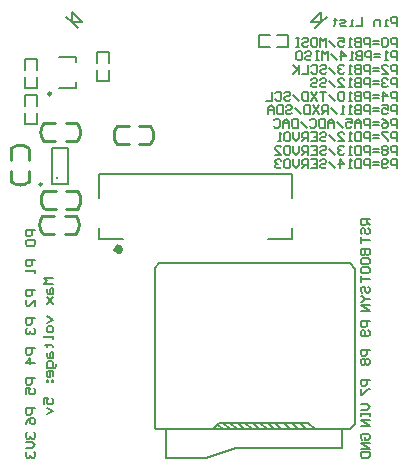
<source format=gbo>
G04*
G04 #@! TF.GenerationSoftware,Altium Limited,Altium Designer,19.0.4 (130)*
G04*
G04 Layer_Color=32896*
%FSLAX25Y25*%
%MOIN*%
G70*
G01*
G75*
%ADD10C,0.01000*%
%ADD11C,0.00787*%
%ADD12C,0.00700*%
%ADD13C,0.00600*%
%ADD14C,0.00500*%
%ADD15C,0.00800*%
%ADD91C,0.00984*%
%ADD92C,0.01968*%
D10*
X174400Y249200D02*
G03*
X168544Y249148I-2897J-3545D01*
G01*
X168600Y238000D02*
G03*
X174456Y238052I2897J3545D01*
G01*
X178595Y237260D02*
G03*
X178595Y237260I-300J0D01*
G01*
X183795Y239320D02*
G03*
X183795Y239320I-100J0D01*
G01*
X190600Y251600D02*
G03*
X190548Y257456I-3545J2897D01*
G01*
X179400Y257400D02*
G03*
X179452Y251544I3545J-2897D01*
G01*
X179000Y226593D02*
G03*
X179052Y220737I3545J-2897D01*
G01*
X190200Y220793D02*
G03*
X190148Y226649I-3545J2897D01*
G01*
X179500Y234900D02*
G03*
X179552Y229044I3545J-2897D01*
G01*
X190700Y229100D02*
G03*
X190648Y234956I-3545J2897D01*
G01*
X203800Y256400D02*
G03*
X203852Y250544I3545J-2897D01*
G01*
X215000Y250600D02*
G03*
X214948Y256456I-3545J2897D01*
G01*
X168500Y238100D02*
Y241800D01*
X174500Y238100D02*
Y241800D01*
Y245300D02*
Y249100D01*
X168500Y245300D02*
Y249000D01*
X179500Y257500D02*
X183200D01*
X179500Y251500D02*
X183200D01*
X186700D02*
X190500D01*
X186700Y257500D02*
X190400D01*
X186300Y226693D02*
X190000D01*
X186300Y220693D02*
X190100D01*
X179100D02*
X182800D01*
X179100Y226693D02*
X182800D01*
X186800Y235000D02*
X190500D01*
X186800Y229000D02*
X190600D01*
X179600D02*
X183300D01*
X179600Y235000D02*
X183300D01*
X211200Y250500D02*
X214900D01*
X211200Y256500D02*
X214900D01*
X203900D02*
X207700Y256500D01*
X204000Y250500D02*
X207700Y250500D01*
D11*
X184319Y279618D02*
X190126D01*
X184319Y269382D02*
X190126D01*
Y271154D01*
Y277846D02*
Y279618D01*
X197815Y240500D02*
X262185D01*
X197815Y219000D02*
Y222500D01*
Y219000D02*
X205815D01*
X197815Y232500D02*
Y240500D01*
X262185Y232500D02*
Y240500D01*
Y219000D02*
Y222500D01*
X254185Y219000D02*
X262185D01*
D12*
X182195Y237354D02*
X187395D01*
X182195Y249165D02*
X187395D01*
Y237354D02*
Y249165D01*
X182195Y237354D02*
Y249165D01*
D13*
X281554Y155539D02*
X283254Y157239D01*
X216754Y155539D02*
X281554D01*
X216354Y155939D02*
X216754Y155539D01*
X216354Y155939D02*
Y209339D01*
X217853Y210839D01*
X281554D01*
X283254Y209139D01*
Y157239D02*
Y209139D01*
X269754Y155539D02*
X281554D01*
X267553Y157739D02*
X269754Y155539D01*
X237854Y157739D02*
X267553D01*
X235653Y155539D02*
X237854Y157739D01*
X216754Y155539D02*
X235653D01*
X264653Y157639D02*
Y157739D01*
Y157639D02*
X266754Y155539D01*
X262154Y157539D02*
Y157739D01*
Y157539D02*
X264154Y155539D01*
X261253D02*
Y155839D01*
X259353Y157739D02*
X261253Y155839D01*
X256254Y157739D02*
X256353D01*
X258554Y155539D01*
X254153Y157639D02*
Y157739D01*
Y157639D02*
X256254Y155539D01*
X251153Y157739D02*
X251554D01*
X253753Y155539D01*
X248853Y157739D02*
X248954D01*
X251153Y155539D01*
X246553Y157639D02*
Y157739D01*
Y157639D02*
X248654Y155539D01*
X243454Y157739D02*
X243953D01*
X246153Y155539D01*
X241354Y157739D02*
X241454D01*
X243653Y155539D01*
X239154Y157739D02*
X241354Y155539D01*
X237253Y157138D02*
X237554D01*
X239154Y155539D01*
X220153Y146139D02*
Y155439D01*
Y146139D02*
X233353D01*
X243354Y149339D02*
X278753D01*
Y155539D01*
X233353Y146139D02*
X243454Y149339D01*
X172994Y269200D02*
X172994Y272900D01*
X172994Y269200D02*
X176994D01*
X176994Y272900D01*
X176994Y275200D02*
Y278900D01*
X172994Y278900D02*
X176994Y278900D01*
X172994Y278900D02*
X172994Y275200D01*
X172994Y257200D02*
X172994Y260900D01*
X172994Y257200D02*
X176994D01*
X176994Y260900D01*
X176994Y263200D02*
Y266900D01*
X172994Y266900D02*
X176994Y266900D01*
X172994Y266900D02*
X172994Y263200D01*
X251100Y282994D02*
X254800Y282994D01*
X251100Y282994D02*
X251100Y286994D01*
X254800D01*
X257100Y286994D02*
X260800Y286994D01*
Y282994D02*
Y286994D01*
X257100Y282994D02*
X260800Y282994D01*
X201006Y275300D02*
X201006Y271600D01*
X197006Y271600D02*
X201006Y271600D01*
X197006Y271600D02*
Y275300D01*
X197006Y277600D02*
X197006Y281300D01*
X201006D01*
X201006Y277600D02*
X201006Y281300D01*
D14*
X285501Y152001D02*
X285001Y152500D01*
Y153500D01*
X285501Y154000D01*
X287500D01*
X288000Y153500D01*
Y152500D01*
X287500Y152001D01*
X286501D01*
Y153000D01*
X288000Y151001D02*
X285001D01*
X288000Y149002D01*
X285001D01*
Y148002D02*
X288000D01*
Y146502D01*
X287500Y146003D01*
X285501D01*
X285001Y146502D01*
Y148002D01*
Y164000D02*
X287000D01*
X288000Y163000D01*
X287000Y162001D01*
X285001D01*
Y161001D02*
Y160001D01*
Y160501D01*
X288000D01*
Y161001D01*
Y160001D01*
Y158502D02*
X285001D01*
X288000Y156502D01*
X285001D01*
X288000Y172000D02*
X285001D01*
Y170501D01*
X285501Y170001D01*
X286501D01*
X287000Y170501D01*
Y172000D01*
X285001Y169001D02*
Y167002D01*
X285501D01*
X287500Y169001D01*
X288000D01*
Y182000D02*
X285001D01*
Y180500D01*
X285501Y180001D01*
X286501D01*
X287000Y180500D01*
Y182000D01*
X285501Y179001D02*
X285001Y178501D01*
Y177501D01*
X285501Y177002D01*
X286001D01*
X286501Y177501D01*
X287000Y177002D01*
X287500D01*
X288000Y177501D01*
Y178501D01*
X287500Y179001D01*
X287000D01*
X286501Y178501D01*
X286001Y179001D01*
X285501D01*
X286501Y178501D02*
Y177501D01*
X288000Y225500D02*
X285001D01*
Y224001D01*
X285501Y223501D01*
X286501D01*
X287000Y224001D01*
Y225500D01*
Y224500D02*
X288000Y223501D01*
X285501Y220502D02*
X285001Y221002D01*
Y222001D01*
X285501Y222501D01*
X286001D01*
X286501Y222001D01*
Y221002D01*
X287000Y220502D01*
X287500D01*
X288000Y221002D01*
Y222001D01*
X287500Y222501D01*
X285001Y219502D02*
Y217503D01*
Y218502D01*
X288000D01*
X285001Y215500D02*
X288000D01*
Y214001D01*
X287500Y213501D01*
X287000D01*
X286501Y214001D01*
Y215500D01*
Y214001D01*
X286001Y213501D01*
X285501D01*
X285001Y214001D01*
Y215500D01*
Y211001D02*
Y212001D01*
X285501Y212501D01*
X287500D01*
X288000Y212001D01*
Y211001D01*
X287500Y210502D01*
X285501D01*
X285001Y211001D01*
Y208002D02*
Y209002D01*
X285501Y209502D01*
X287500D01*
X288000Y209002D01*
Y208002D01*
X287500Y207503D01*
X285501D01*
X285001Y208002D01*
Y206503D02*
Y204504D01*
Y205503D01*
X288000D01*
X285501Y201001D02*
X285001Y201501D01*
Y202500D01*
X285501Y203000D01*
X286001D01*
X286501Y202500D01*
Y201501D01*
X287000Y201001D01*
X287500D01*
X288000Y201501D01*
Y202500D01*
X287500Y203000D01*
X285001Y200001D02*
X285501D01*
X286501Y199001D01*
X285501Y198002D01*
X285001D01*
X286501Y199001D02*
X288000D01*
Y197002D02*
X285001D01*
X288000Y195003D01*
X285001D01*
X288000Y191500D02*
X285001D01*
Y190000D01*
X285501Y189501D01*
X286501D01*
X287000Y190000D01*
Y191500D01*
X287500Y188501D02*
X288000Y188001D01*
Y187001D01*
X287500Y186502D01*
X285501D01*
X285001Y187001D01*
Y188001D01*
X285501Y188501D01*
X286001D01*
X286501Y188001D01*
Y186502D01*
X173834Y154500D02*
X173301Y153967D01*
Y152901D01*
X173834Y152367D01*
X174367D01*
X174900Y152901D01*
Y153434D01*
Y152901D01*
X175434Y152367D01*
X175967D01*
X176500Y152901D01*
Y153967D01*
X175967Y154500D01*
X173301Y151301D02*
X175434D01*
X176500Y150235D01*
X175434Y149168D01*
X173301D01*
X173834Y148102D02*
X173301Y147569D01*
Y146503D01*
X173834Y145969D01*
X174367D01*
X174900Y146503D01*
Y147036D01*
Y146503D01*
X175434Y145969D01*
X175967D01*
X176500Y146503D01*
Y147569D01*
X175967Y148102D01*
X176500Y162500D02*
X173301D01*
Y160900D01*
X173834Y160367D01*
X174900D01*
X175434Y160900D01*
Y162500D01*
X173301Y157168D02*
X173834Y158235D01*
X174900Y159301D01*
X175967D01*
X176500Y158768D01*
Y157702D01*
X175967Y157168D01*
X175434D01*
X174900Y157702D01*
Y159301D01*
X176500Y172500D02*
X173301D01*
Y170900D01*
X173834Y170367D01*
X174900D01*
X175434Y170900D01*
Y172500D01*
X173301Y167168D02*
Y169301D01*
X174900D01*
X174367Y168235D01*
Y167701D01*
X174900Y167168D01*
X175967D01*
X176500Y167701D01*
Y168768D01*
X175967Y169301D01*
X176500Y182500D02*
X173301D01*
Y180901D01*
X173834Y180367D01*
X174900D01*
X175434Y180901D01*
Y182500D01*
X176500Y177701D02*
X173301D01*
X174900Y179301D01*
Y177168D01*
X176500Y192500D02*
X173301D01*
Y190901D01*
X173834Y190367D01*
X174900D01*
X175434Y190901D01*
Y192500D01*
X173834Y189301D02*
X173301Y188768D01*
Y187701D01*
X173834Y187168D01*
X174367D01*
X174900Y187701D01*
Y188235D01*
Y187701D01*
X175434Y187168D01*
X175967D01*
X176500Y187701D01*
Y188768D01*
X175967Y189301D01*
X176500Y202000D02*
X173301D01*
Y200400D01*
X173834Y199867D01*
X174900D01*
X175434Y200400D01*
Y202000D01*
X176500Y196668D02*
Y198801D01*
X174367Y196668D01*
X173834D01*
X173301Y197202D01*
Y198268D01*
X173834Y198801D01*
X176500Y212000D02*
X173301D01*
Y210401D01*
X173834Y209867D01*
X174900D01*
X175434Y210401D01*
Y212000D01*
X176500Y208801D02*
Y207735D01*
Y208268D01*
X173301D01*
X173834Y208801D01*
X176500Y222000D02*
X173301D01*
Y220401D01*
X173834Y219867D01*
X174900D01*
X175434Y220401D01*
Y222000D01*
X173834Y218801D02*
X173301Y218268D01*
Y217201D01*
X173834Y216668D01*
X175967D01*
X176500Y217201D01*
Y218268D01*
X175967Y218801D01*
X173834D01*
X297000Y290000D02*
Y292999D01*
X295500D01*
X295001Y292499D01*
Y291499D01*
X295500Y291000D01*
X297000D01*
X294001Y290000D02*
X293001D01*
X293501D01*
Y291999D01*
X294001D01*
X291502Y290000D02*
Y291999D01*
X290002D01*
X289502Y291499D01*
Y290000D01*
X285504Y292999D02*
Y290000D01*
X283504D01*
X282505D02*
X281505D01*
X282005D01*
Y291999D01*
X282505D01*
X280006Y290000D02*
X278506D01*
X278006Y290500D01*
X278506Y291000D01*
X279506D01*
X280006Y291499D01*
X279506Y291999D01*
X278006D01*
X276507Y292499D02*
Y291999D01*
X277007D01*
X276007D01*
X276507D01*
Y290500D01*
X276007Y290000D01*
X297000Y283000D02*
Y285999D01*
X295500D01*
X295001Y285499D01*
Y284500D01*
X295500Y284000D01*
X297000D01*
X294001Y285499D02*
X293501Y285999D01*
X292501D01*
X292002Y285499D01*
Y283500D01*
X292501Y283000D01*
X293501D01*
X294001Y283500D01*
Y285499D01*
X291002Y284000D02*
X289003D01*
X291002Y284999D02*
X289003D01*
X288003Y283000D02*
Y285999D01*
X286503D01*
X286004Y285499D01*
Y284500D01*
X286503Y284000D01*
X288003D01*
X285004Y285999D02*
Y283000D01*
X283504D01*
X283004Y283500D01*
Y284000D01*
X283504Y284500D01*
X285004D01*
X283504D01*
X283004Y284999D01*
Y285499D01*
X283504Y285999D01*
X285004D01*
X282005Y283000D02*
X281005D01*
X281505D01*
Y285999D01*
X282005Y285499D01*
X277506Y285999D02*
X279506D01*
Y284500D01*
X278506Y284999D01*
X278006D01*
X277506Y284500D01*
Y283500D01*
X278006Y283000D01*
X279006D01*
X279506Y283500D01*
X276507Y283000D02*
X274507Y284999D01*
X273508Y283000D02*
Y285999D01*
X272508Y284999D01*
X271508Y285999D01*
Y283000D01*
X269009Y285999D02*
X270009D01*
X270509Y285499D01*
Y283500D01*
X270009Y283000D01*
X269009D01*
X268509Y283500D01*
Y285499D01*
X269009Y285999D01*
X265510Y285499D02*
X266010Y285999D01*
X267010D01*
X267510Y285499D01*
Y284999D01*
X267010Y284500D01*
X266010D01*
X265510Y284000D01*
Y283500D01*
X266010Y283000D01*
X267010D01*
X267510Y283500D01*
X264510Y285999D02*
X263511D01*
X264011D01*
Y283000D01*
X264510D01*
X263511D01*
X297000Y278500D02*
Y281499D01*
X295500D01*
X295001Y280999D01*
Y279999D01*
X295500Y279500D01*
X297000D01*
X294001Y278500D02*
X293001D01*
X293501D01*
Y281499D01*
X294001Y280999D01*
X291502Y279500D02*
X289502D01*
X291502Y280499D02*
X289502D01*
X288503Y278500D02*
Y281499D01*
X287003D01*
X286503Y280999D01*
Y279999D01*
X287003Y279500D01*
X288503D01*
X285504Y281499D02*
Y278500D01*
X284004D01*
X283504Y279000D01*
Y279500D01*
X284004Y279999D01*
X285504D01*
X284004D01*
X283504Y280499D01*
Y280999D01*
X284004Y281499D01*
X285504D01*
X282505Y278500D02*
X281505D01*
X282005D01*
Y281499D01*
X282505Y280999D01*
X278506Y278500D02*
Y281499D01*
X280006Y279999D01*
X278006D01*
X277007Y278500D02*
X275007Y280499D01*
X274007Y278500D02*
Y281499D01*
X273008Y280499D01*
X272008Y281499D01*
Y278500D01*
X271008Y281499D02*
X270009D01*
X270509D01*
Y278500D01*
X271008D01*
X270009D01*
X266510Y280999D02*
X267010Y281499D01*
X268009D01*
X268509Y280999D01*
Y280499D01*
X268009Y279999D01*
X267010D01*
X266510Y279500D01*
Y279000D01*
X267010Y278500D01*
X268009D01*
X268509Y279000D01*
X264011Y281499D02*
X265010D01*
X265510Y280999D01*
Y279000D01*
X265010Y278500D01*
X264011D01*
X263511Y279000D01*
Y280999D01*
X264011Y281499D01*
X297000Y274000D02*
Y276999D01*
X295500D01*
X295001Y276499D01*
Y275500D01*
X295500Y275000D01*
X297000D01*
X292002Y274000D02*
X294001D01*
X292002Y275999D01*
Y276499D01*
X292501Y276999D01*
X293501D01*
X294001Y276499D01*
X291002Y275000D02*
X289003D01*
X291002Y275999D02*
X289003D01*
X288003Y274000D02*
Y276999D01*
X286503D01*
X286004Y276499D01*
Y275500D01*
X286503Y275000D01*
X288003D01*
X285004Y276999D02*
Y274000D01*
X283504D01*
X283004Y274500D01*
Y275000D01*
X283504Y275500D01*
X285004D01*
X283504D01*
X283004Y275999D01*
Y276499D01*
X283504Y276999D01*
X285004D01*
X282005Y274000D02*
X281005D01*
X281505D01*
Y276999D01*
X282005Y276499D01*
X279506D02*
X279006Y276999D01*
X278006D01*
X277506Y276499D01*
Y275999D01*
X278006Y275500D01*
X278506D01*
X278006D01*
X277506Y275000D01*
Y274500D01*
X278006Y274000D01*
X279006D01*
X279506Y274500D01*
X276507Y274000D02*
X274507Y275999D01*
X271508Y276499D02*
X272008Y276999D01*
X273008D01*
X273508Y276499D01*
Y275999D01*
X273008Y275500D01*
X272008D01*
X271508Y275000D01*
Y274500D01*
X272008Y274000D01*
X273008D01*
X273508Y274500D01*
X268509Y276499D02*
X269009Y276999D01*
X270009D01*
X270509Y276499D01*
Y274500D01*
X270009Y274000D01*
X269009D01*
X268509Y274500D01*
X267510Y276999D02*
Y274000D01*
X265510D01*
X264510Y276999D02*
Y274000D01*
Y275000D01*
X262511Y276999D01*
X264011Y275500D01*
X262511Y274000D01*
X297000Y265000D02*
Y267999D01*
X295500D01*
X295001Y267499D01*
Y266499D01*
X295500Y266000D01*
X297000D01*
X292501Y265000D02*
Y267999D01*
X294001Y266499D01*
X292002D01*
X291002Y266000D02*
X289003D01*
X291002Y266999D02*
X289003D01*
X288003Y265000D02*
Y267999D01*
X286503D01*
X286004Y267499D01*
Y266499D01*
X286503Y266000D01*
X288003D01*
X285004Y267999D02*
Y265000D01*
X283504D01*
X283004Y265500D01*
Y266000D01*
X283504Y266499D01*
X285004D01*
X283504D01*
X283004Y266999D01*
Y267499D01*
X283504Y267999D01*
X285004D01*
X282005Y265000D02*
X281005D01*
X281505D01*
Y267999D01*
X282005Y267499D01*
X279506D02*
X279006Y267999D01*
X278006D01*
X277506Y267499D01*
Y265500D01*
X278006Y265000D01*
X279006D01*
X279506Y265500D01*
Y267499D01*
X276507Y265000D02*
X274507Y266999D01*
X273508Y267999D02*
X271508D01*
X272508D01*
Y265000D01*
X270509Y267999D02*
X268509Y265000D01*
Y267999D02*
X270509Y265000D01*
X267510Y267999D02*
Y265000D01*
X266010D01*
X265510Y265500D01*
Y267499D01*
X266010Y267999D01*
X267510D01*
X264510Y265000D02*
X262511Y266999D01*
X259512Y267499D02*
X260012Y267999D01*
X261012D01*
X261511Y267499D01*
Y266999D01*
X261012Y266499D01*
X260012D01*
X259512Y266000D01*
Y265500D01*
X260012Y265000D01*
X261012D01*
X261511Y265500D01*
X256513Y267499D02*
X257013Y267999D01*
X258013D01*
X258512Y267499D01*
Y265500D01*
X258013Y265000D01*
X257013D01*
X256513Y265500D01*
X255513Y267999D02*
Y265000D01*
X253514D01*
X297000Y260500D02*
Y263499D01*
X295500D01*
X295001Y262999D01*
Y262000D01*
X295500Y261500D01*
X297000D01*
X292002Y263499D02*
X294001D01*
Y262000D01*
X293001Y262499D01*
X292501D01*
X292002Y262000D01*
Y261000D01*
X292501Y260500D01*
X293501D01*
X294001Y261000D01*
X291002Y261500D02*
X289003D01*
X291002Y262499D02*
X289003D01*
X288003Y260500D02*
Y263499D01*
X286503D01*
X286004Y262999D01*
Y262000D01*
X286503Y261500D01*
X288003D01*
X285004Y263499D02*
Y260500D01*
X283504D01*
X283004Y261000D01*
Y261500D01*
X283504Y262000D01*
X285004D01*
X283504D01*
X283004Y262499D01*
Y262999D01*
X283504Y263499D01*
X285004D01*
X282005Y260500D02*
X281005D01*
X281505D01*
Y263499D01*
X282005Y262999D01*
X279506Y260500D02*
X278506D01*
X279006D01*
Y263499D01*
X279506Y262999D01*
X277007Y260500D02*
X275007Y262499D01*
X274007Y260500D02*
Y263499D01*
X272508D01*
X272008Y262999D01*
Y262000D01*
X272508Y261500D01*
X274007D01*
X273008D02*
X272008Y260500D01*
X271008Y263499D02*
X269009Y260500D01*
Y263499D02*
X271008Y260500D01*
X268009Y263499D02*
Y260500D01*
X266510D01*
X266010Y261000D01*
Y262999D01*
X266510Y263499D01*
X268009D01*
X265010Y260500D02*
X263011Y262499D01*
X260012Y262999D02*
X260512Y263499D01*
X261511D01*
X262011Y262999D01*
Y262499D01*
X261511Y262000D01*
X260512D01*
X260012Y261500D01*
Y261000D01*
X260512Y260500D01*
X261511D01*
X262011Y261000D01*
X259012Y263499D02*
Y260500D01*
X257513D01*
X257013Y261000D01*
Y262999D01*
X257513Y263499D01*
X259012D01*
X256013Y260500D02*
Y262499D01*
X255014Y263499D01*
X254014Y262499D01*
Y260500D01*
Y262000D01*
X256013D01*
X297000Y269500D02*
Y272499D01*
X295500D01*
X295001Y271999D01*
Y271000D01*
X295500Y270500D01*
X297000D01*
X294001Y271999D02*
X293501Y272499D01*
X292501D01*
X292002Y271999D01*
Y271499D01*
X292501Y271000D01*
X293001D01*
X292501D01*
X292002Y270500D01*
Y270000D01*
X292501Y269500D01*
X293501D01*
X294001Y270000D01*
X291002Y270500D02*
X289003D01*
X291002Y271499D02*
X289003D01*
X288003Y269500D02*
Y272499D01*
X286503D01*
X286004Y271999D01*
Y271000D01*
X286503Y270500D01*
X288003D01*
X285004Y272499D02*
Y269500D01*
X283504D01*
X283004Y270000D01*
Y270500D01*
X283504Y271000D01*
X285004D01*
X283504D01*
X283004Y271499D01*
Y271999D01*
X283504Y272499D01*
X285004D01*
X282005Y269500D02*
X281005D01*
X281505D01*
Y272499D01*
X282005Y271999D01*
X277506Y269500D02*
X279506D01*
X277506Y271499D01*
Y271999D01*
X278006Y272499D01*
X279006D01*
X279506Y271999D01*
X276507Y269500D02*
X274507Y271499D01*
X271508Y271999D02*
X272008Y272499D01*
X273008D01*
X273508Y271999D01*
Y271499D01*
X273008Y271000D01*
X272008D01*
X271508Y270500D01*
Y270000D01*
X272008Y269500D01*
X273008D01*
X273508Y270000D01*
X268509Y271999D02*
X269009Y272499D01*
X270009D01*
X270509Y271999D01*
Y271499D01*
X270009Y271000D01*
X269009D01*
X268509Y270500D01*
Y270000D01*
X269009Y269500D01*
X270009D01*
X270509Y270000D01*
X297000Y256000D02*
Y258999D01*
X295500D01*
X295001Y258499D01*
Y257500D01*
X295500Y257000D01*
X297000D01*
X292002Y258999D02*
X293001Y258499D01*
X294001Y257500D01*
Y256500D01*
X293501Y256000D01*
X292501D01*
X292002Y256500D01*
Y257000D01*
X292501Y257500D01*
X294001D01*
X291002Y257000D02*
X289003D01*
X291002Y257999D02*
X289003D01*
X288003Y256000D02*
Y258999D01*
X286503D01*
X286004Y258499D01*
Y257500D01*
X286503Y257000D01*
X288003D01*
X285004Y256000D02*
Y257999D01*
X284004Y258999D01*
X283004Y257999D01*
Y256000D01*
Y257500D01*
X285004D01*
X280006Y258999D02*
X282005D01*
Y257500D01*
X281005Y257999D01*
X280505D01*
X280006Y257500D01*
Y256500D01*
X280505Y256000D01*
X281505D01*
X282005Y256500D01*
X279006Y256000D02*
X277007Y257999D01*
X276007Y256000D02*
Y257999D01*
X275007Y258999D01*
X274007Y257999D01*
Y256000D01*
Y257500D01*
X276007D01*
X273008Y258999D02*
Y256000D01*
X271508D01*
X271008Y256500D01*
Y258499D01*
X271508Y258999D01*
X273008D01*
X268009Y258499D02*
X268509Y258999D01*
X269509D01*
X270009Y258499D01*
Y256500D01*
X269509Y256000D01*
X268509D01*
X268009Y256500D01*
X267010Y256000D02*
X265010Y257999D01*
X264011Y258999D02*
Y256000D01*
X262511D01*
X262011Y256500D01*
Y258499D01*
X262511Y258999D01*
X264011D01*
X261012Y256000D02*
Y257999D01*
X260012Y258999D01*
X259012Y257999D01*
Y256000D01*
Y257500D01*
X261012D01*
X256013Y258499D02*
X256513Y258999D01*
X257513D01*
X258013Y258499D01*
Y256500D01*
X257513Y256000D01*
X256513D01*
X256013Y256500D01*
X297000Y251500D02*
Y254499D01*
X295500D01*
X295001Y253999D01*
Y252999D01*
X295500Y252500D01*
X297000D01*
X294001Y254499D02*
X292002D01*
Y253999D01*
X294001Y252000D01*
Y251500D01*
X291002Y252500D02*
X289003D01*
X291002Y253499D02*
X289003D01*
X288003Y251500D02*
Y254499D01*
X286503D01*
X286004Y253999D01*
Y252999D01*
X286503Y252500D01*
X288003D01*
X285004Y254499D02*
Y251500D01*
X283504D01*
X283004Y252000D01*
Y253999D01*
X283504Y254499D01*
X285004D01*
X282005Y251500D02*
X281005D01*
X281505D01*
Y254499D01*
X282005Y253999D01*
X277506Y251500D02*
X279506D01*
X277506Y253499D01*
Y253999D01*
X278006Y254499D01*
X279006D01*
X279506Y253999D01*
X276507Y251500D02*
X274507Y253499D01*
X271508Y253999D02*
X272008Y254499D01*
X273008D01*
X273508Y253999D01*
Y253499D01*
X273008Y252999D01*
X272008D01*
X271508Y252500D01*
Y252000D01*
X272008Y251500D01*
X273008D01*
X273508Y252000D01*
X268509Y254499D02*
X270509D01*
Y251500D01*
X268509D01*
X270509Y252999D02*
X269509D01*
X267510Y251500D02*
Y254499D01*
X266010D01*
X265510Y253999D01*
Y252999D01*
X266010Y252500D01*
X267510D01*
X266510D02*
X265510Y251500D01*
X264510Y254499D02*
Y252500D01*
X263511Y251500D01*
X262511Y252500D01*
Y254499D01*
X260012D02*
X261012D01*
X261511Y253999D01*
Y252000D01*
X261012Y251500D01*
X260012D01*
X259512Y252000D01*
Y253999D01*
X260012Y254499D01*
X258512Y251500D02*
X257513D01*
X258013D01*
Y254499D01*
X258512Y253999D01*
X297000Y247000D02*
Y249999D01*
X295500D01*
X295001Y249499D01*
Y248499D01*
X295500Y248000D01*
X297000D01*
X294001Y249499D02*
X293501Y249999D01*
X292501D01*
X292002Y249499D01*
Y248999D01*
X292501Y248499D01*
X292002Y248000D01*
Y247500D01*
X292501Y247000D01*
X293501D01*
X294001Y247500D01*
Y248000D01*
X293501Y248499D01*
X294001Y248999D01*
Y249499D01*
X293501Y248499D02*
X292501D01*
X291002Y248000D02*
X289003D01*
X291002Y248999D02*
X289003D01*
X288003Y247000D02*
Y249999D01*
X286503D01*
X286004Y249499D01*
Y248499D01*
X286503Y248000D01*
X288003D01*
X285004Y249999D02*
Y247000D01*
X283504D01*
X283004Y247500D01*
Y249499D01*
X283504Y249999D01*
X285004D01*
X282005Y247000D02*
X281005D01*
X281505D01*
Y249999D01*
X282005Y249499D01*
X279506D02*
X279006Y249999D01*
X278006D01*
X277506Y249499D01*
Y248999D01*
X278006Y248499D01*
X278506D01*
X278006D01*
X277506Y248000D01*
Y247500D01*
X278006Y247000D01*
X279006D01*
X279506Y247500D01*
X276507Y247000D02*
X274507Y248999D01*
X271508Y249499D02*
X272008Y249999D01*
X273008D01*
X273508Y249499D01*
Y248999D01*
X273008Y248499D01*
X272008D01*
X271508Y248000D01*
Y247500D01*
X272008Y247000D01*
X273008D01*
X273508Y247500D01*
X268509Y249999D02*
X270509D01*
Y247000D01*
X268509D01*
X270509Y248499D02*
X269509D01*
X267510Y247000D02*
Y249999D01*
X266010D01*
X265510Y249499D01*
Y248499D01*
X266010Y248000D01*
X267510D01*
X266510D02*
X265510Y247000D01*
X264510Y249999D02*
Y248000D01*
X263511Y247000D01*
X262511Y248000D01*
Y249999D01*
X260012D02*
X261012D01*
X261511Y249499D01*
Y247500D01*
X261012Y247000D01*
X260012D01*
X259512Y247500D01*
Y249499D01*
X260012Y249999D01*
X256513Y247000D02*
X258512D01*
X256513Y248999D01*
Y249499D01*
X257013Y249999D01*
X258013D01*
X258512Y249499D01*
X182500Y206000D02*
X179301D01*
X180367Y204934D01*
X179301Y203867D01*
X182500D01*
X180367Y202268D02*
Y201202D01*
X180901Y200668D01*
X182500D01*
Y202268D01*
X181967Y202801D01*
X181434Y202268D01*
Y200668D01*
X180367Y199602D02*
X182500Y197469D01*
X181434Y198536D01*
X180367Y197469D01*
X182500Y199602D01*
X180367Y193204D02*
X182500Y192138D01*
X180367Y191071D01*
X182500Y189472D02*
Y188406D01*
X181967Y187873D01*
X180901D01*
X180367Y188406D01*
Y189472D01*
X180901Y190005D01*
X181967D01*
X182500Y189472D01*
Y186806D02*
Y185740D01*
Y186273D01*
X179301D01*
Y186806D01*
X179834Y183607D02*
X180367D01*
Y184140D01*
Y183074D01*
Y183607D01*
X181967D01*
X182500Y183074D01*
X180367Y180941D02*
Y179875D01*
X180901Y179342D01*
X182500D01*
Y180941D01*
X181967Y181475D01*
X181434Y180941D01*
Y179342D01*
X183566Y177209D02*
Y176676D01*
X183033Y176143D01*
X180367D01*
Y177743D01*
X180901Y178276D01*
X181967D01*
X182500Y177743D01*
Y176143D01*
Y173477D02*
Y174543D01*
X181967Y175077D01*
X180901D01*
X180367Y174543D01*
Y173477D01*
X180901Y172944D01*
X181434D01*
Y175077D01*
X180367Y171878D02*
Y171344D01*
X180901D01*
Y171878D01*
X180367D01*
X181967D02*
Y171344D01*
X182500D01*
Y171878D01*
X181967D01*
X179301Y163880D02*
Y166013D01*
X180901D01*
X180367Y164947D01*
Y164413D01*
X180901Y163880D01*
X181967D01*
X182500Y164413D01*
Y165480D01*
X181967Y166013D01*
X180367Y162814D02*
X182500Y161748D01*
X180367Y160681D01*
X297000Y242500D02*
Y245499D01*
X295500D01*
X295001Y244999D01*
Y244000D01*
X295500Y243500D01*
X297000D01*
X294001Y243000D02*
X293501Y242500D01*
X292501D01*
X292002Y243000D01*
Y244999D01*
X292501Y245499D01*
X293501D01*
X294001Y244999D01*
Y244499D01*
X293501Y244000D01*
X292002D01*
X291002Y243500D02*
X289003D01*
X291002Y244499D02*
X289003D01*
X288003Y242500D02*
Y245499D01*
X286503D01*
X286004Y244999D01*
Y244000D01*
X286503Y243500D01*
X288003D01*
X285004Y245499D02*
Y242500D01*
X283504D01*
X283004Y243000D01*
Y244999D01*
X283504Y245499D01*
X285004D01*
X282005Y242500D02*
X281005D01*
X281505D01*
Y245499D01*
X282005Y244999D01*
X278006Y242500D02*
Y245499D01*
X279506Y244000D01*
X277506D01*
X276507Y242500D02*
X274507Y244499D01*
X271508Y244999D02*
X272008Y245499D01*
X273008D01*
X273508Y244999D01*
Y244499D01*
X273008Y244000D01*
X272008D01*
X271508Y243500D01*
Y243000D01*
X272008Y242500D01*
X273008D01*
X273508Y243000D01*
X268509Y245499D02*
X270509D01*
Y242500D01*
X268509D01*
X270509Y244000D02*
X269509D01*
X267510Y242500D02*
Y245499D01*
X266010D01*
X265510Y244999D01*
Y244000D01*
X266010Y243500D01*
X267510D01*
X266510D02*
X265510Y242500D01*
X264510Y245499D02*
Y243500D01*
X263511Y242500D01*
X262511Y243500D01*
Y245499D01*
X260012D02*
X261012D01*
X261511Y244999D01*
Y243000D01*
X261012Y242500D01*
X260012D01*
X259512Y243000D01*
Y244999D01*
X260012Y245499D01*
X258512Y244999D02*
X258013Y245499D01*
X257013D01*
X256513Y244999D01*
Y244499D01*
X257013Y244000D01*
X257513D01*
X257013D01*
X256513Y243500D01*
Y243000D01*
X257013Y242500D01*
X258013D01*
X258512Y243000D01*
D15*
X269886Y289216D02*
X271835Y291165D01*
X273784Y293114D01*
X268495Y291165D02*
X271835D01*
X268495D02*
X271835Y294505D01*
Y291165D02*
Y294505D01*
X186716Y293114D02*
X188665Y291165D01*
X190614Y289216D01*
X188665Y291165D02*
Y294505D01*
X192005Y291165D01*
X188665D02*
X192005D01*
D91*
X181792Y267408D02*
G03*
X181792Y267408I-492J0D01*
G01*
D92*
X204748Y215500D02*
G03*
X204748Y215500I-707J0D01*
G01*
M02*

</source>
